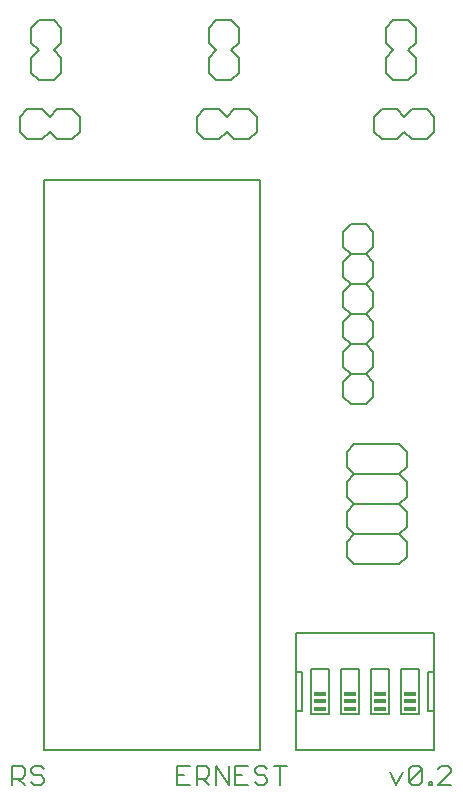
<source format=gto>
G75*
%MOIN*%
%OFA0B0*%
%FSLAX24Y24*%
%IPPOS*%
%LPD*%
%AMOC8*
5,1,8,0,0,1.08239X$1,22.5*
%
%ADD10C,0.0060*%
%ADD11C,0.0050*%
%ADD12C,0.0080*%
%ADD13R,0.0400X0.0150*%
D10*
X000997Y000997D02*
X000997Y001638D01*
X001318Y001638D01*
X001424Y001531D01*
X001424Y001318D01*
X001318Y001211D01*
X000997Y001211D01*
X001211Y001211D02*
X001424Y000997D01*
X001642Y001104D02*
X001749Y000997D01*
X001962Y000997D01*
X002069Y001104D01*
X002069Y001211D01*
X001962Y001318D01*
X001749Y001318D01*
X001642Y001424D01*
X001642Y001531D01*
X001749Y001638D01*
X001962Y001638D01*
X002069Y001531D01*
X006509Y001638D02*
X006509Y000997D01*
X006936Y000997D01*
X006723Y001318D02*
X006509Y001318D01*
X006509Y001638D02*
X006936Y001638D01*
X007154Y001638D02*
X007154Y000997D01*
X007154Y001211D02*
X007474Y001211D01*
X007581Y001318D01*
X007581Y001531D01*
X007474Y001638D01*
X007154Y001638D01*
X007367Y001211D02*
X007581Y000997D01*
X007798Y000997D02*
X007798Y001638D01*
X008225Y000997D01*
X008225Y001638D01*
X008443Y001638D02*
X008443Y000997D01*
X008870Y000997D01*
X008656Y001318D02*
X008443Y001318D01*
X008443Y001638D02*
X008870Y001638D01*
X009087Y001531D02*
X009087Y001424D01*
X009194Y001318D01*
X009408Y001318D01*
X009514Y001211D01*
X009514Y001104D01*
X009408Y000997D01*
X009194Y000997D01*
X009087Y001104D01*
X009087Y001531D02*
X009194Y001638D01*
X009408Y001638D01*
X009514Y001531D01*
X009732Y001638D02*
X010159Y001638D01*
X009945Y001638D02*
X009945Y000997D01*
X010478Y002167D02*
X010478Y003467D01*
X010478Y004767D01*
X010678Y004767D01*
X010678Y003467D01*
X010478Y003467D01*
X010978Y003367D02*
X011578Y003367D01*
X011578Y004867D01*
X010978Y004867D01*
X010978Y003367D01*
X010478Y002167D02*
X015078Y002167D01*
X015078Y003467D01*
X015078Y004767D01*
X015078Y006067D01*
X010478Y006067D01*
X010478Y004767D01*
X011978Y004867D02*
X011978Y003367D01*
X012578Y003367D01*
X012578Y004867D01*
X011978Y004867D01*
X012978Y004867D02*
X012978Y003367D01*
X013578Y003367D01*
X013578Y004867D01*
X012978Y004867D01*
X013978Y004867D02*
X013978Y003367D01*
X014578Y003367D01*
X014578Y004867D01*
X013978Y004867D01*
X014878Y004767D02*
X014878Y003467D01*
X015078Y003467D01*
X015078Y004767D02*
X014878Y004767D01*
X014561Y001638D02*
X014347Y001638D01*
X014240Y001531D01*
X014240Y001104D01*
X014667Y001531D01*
X014667Y001104D01*
X014561Y000997D01*
X014347Y000997D01*
X014240Y001104D01*
X014023Y001424D02*
X013809Y000997D01*
X013596Y001424D01*
X014561Y001638D02*
X014667Y001531D01*
X014885Y001104D02*
X014992Y001104D01*
X014992Y000997D01*
X014885Y000997D01*
X014885Y001104D01*
X015207Y000997D02*
X015634Y001424D01*
X015634Y001531D01*
X015527Y001638D01*
X015314Y001638D01*
X015207Y001531D01*
X015207Y000997D02*
X015634Y000997D01*
X013902Y008361D02*
X012402Y008361D01*
X012152Y008611D01*
X012152Y009111D01*
X012402Y009361D01*
X013902Y009361D01*
X014152Y009611D01*
X014152Y010111D01*
X013902Y010361D01*
X012402Y010361D01*
X012152Y010611D01*
X012152Y011111D01*
X012402Y011361D01*
X012152Y011611D01*
X012152Y012111D01*
X012402Y012361D01*
X013902Y012361D01*
X014152Y012111D01*
X014152Y011611D01*
X013902Y011361D01*
X012402Y011361D01*
X012402Y010361D02*
X012152Y010111D01*
X012152Y009611D01*
X012402Y009361D01*
X013902Y009361D02*
X014152Y009111D01*
X014152Y008611D01*
X013902Y008361D01*
X013902Y010361D02*
X014152Y010611D01*
X014152Y011111D01*
X013902Y011361D01*
X012796Y013680D02*
X013046Y013930D01*
X013046Y014430D01*
X012796Y014680D01*
X013046Y014930D01*
X013046Y015430D01*
X012796Y015680D01*
X012296Y015680D01*
X012046Y015430D01*
X012046Y014930D01*
X012296Y014680D01*
X012796Y014680D01*
X012296Y014680D02*
X012046Y014430D01*
X012046Y013930D01*
X012296Y013680D01*
X012796Y013680D01*
X012796Y015680D02*
X013046Y015930D01*
X013046Y016430D01*
X012796Y016680D01*
X013046Y016930D01*
X013046Y017430D01*
X012796Y017680D01*
X013046Y017930D01*
X013046Y018430D01*
X012796Y018680D01*
X013046Y018930D01*
X013046Y019430D01*
X012796Y019680D01*
X012296Y019680D01*
X012046Y019430D01*
X012046Y018930D01*
X012296Y018680D01*
X012796Y018680D01*
X012296Y018680D02*
X012046Y018430D01*
X012046Y017930D01*
X012296Y017680D01*
X012796Y017680D01*
X012296Y017680D02*
X012046Y017430D01*
X012046Y016930D01*
X012296Y016680D01*
X012796Y016680D01*
X012296Y016680D02*
X012046Y016430D01*
X012046Y015930D01*
X012296Y015680D01*
D11*
X009252Y021160D02*
X002052Y021160D01*
X002052Y002160D01*
X009252Y002160D01*
X009252Y021160D01*
D12*
X008910Y022515D02*
X008410Y022515D01*
X008160Y022765D01*
X007910Y022515D01*
X007410Y022515D01*
X007160Y022765D01*
X007160Y023265D01*
X007410Y023515D01*
X007910Y023515D01*
X008160Y023265D01*
X008410Y023515D01*
X008910Y023515D01*
X009160Y023265D01*
X009160Y022765D01*
X008910Y022515D01*
X008304Y024483D02*
X007804Y024483D01*
X007554Y024733D01*
X007554Y025233D01*
X007804Y025483D01*
X007554Y025733D01*
X007554Y026233D01*
X007804Y026483D01*
X008304Y026483D01*
X008554Y026233D01*
X008554Y025733D01*
X008304Y025483D01*
X008554Y025233D01*
X008554Y024733D01*
X008304Y024483D01*
X013066Y023265D02*
X013066Y022765D01*
X013316Y022515D01*
X013816Y022515D01*
X014066Y022765D01*
X014316Y022515D01*
X014816Y022515D01*
X015066Y022765D01*
X015066Y023265D01*
X014816Y023515D01*
X014316Y023515D01*
X014066Y023265D01*
X013816Y023515D01*
X013316Y023515D01*
X013066Y023265D01*
X013710Y024483D02*
X013460Y024733D01*
X013460Y025233D01*
X013710Y025483D01*
X013460Y025733D01*
X013460Y026233D01*
X013710Y026483D01*
X014210Y026483D01*
X014460Y026233D01*
X014460Y025733D01*
X014210Y025483D01*
X014460Y025233D01*
X014460Y024733D01*
X014210Y024483D01*
X013710Y024483D01*
X003255Y023265D02*
X003255Y022765D01*
X003005Y022515D01*
X002505Y022515D01*
X002255Y022765D01*
X002005Y022515D01*
X001505Y022515D01*
X001255Y022765D01*
X001255Y023265D01*
X001505Y023515D01*
X002005Y023515D01*
X002255Y023265D01*
X002505Y023515D01*
X003005Y023515D01*
X003255Y023265D01*
X002399Y024483D02*
X002649Y024733D01*
X002649Y025233D01*
X002399Y025483D01*
X002649Y025733D01*
X002649Y026233D01*
X002399Y026483D01*
X001899Y026483D01*
X001649Y026233D01*
X001649Y025733D01*
X001899Y025483D01*
X001649Y025233D01*
X001649Y024733D01*
X001899Y024483D01*
X002399Y024483D01*
D13*
X011278Y004042D03*
X011278Y003792D03*
X011278Y003542D03*
X012278Y003542D03*
X012278Y003792D03*
X012278Y004042D03*
X013278Y004042D03*
X013278Y003792D03*
X013278Y003542D03*
X014278Y003542D03*
X014278Y003792D03*
X014278Y004042D03*
M02*

</source>
